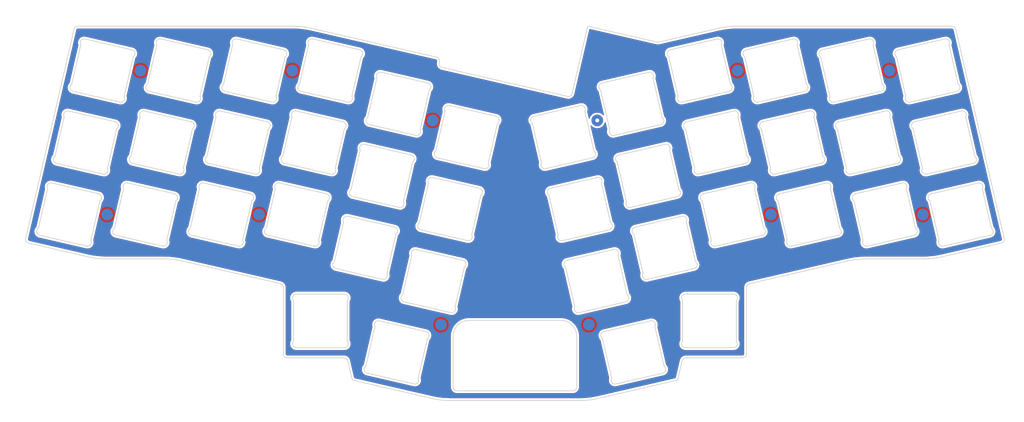
<source format=kicad_pcb>
(kicad_pcb (version 20171130) (host pcbnew 5.1.10)
  (layers (0 F.Cu signal) (31 B.Cu signal) (34 B.Paste user) (35 F.Paste user) (36 B.SilkS user) (37 F.SilkS user) (38 B.Mask user) (39 F.Mask user) (44 Edge.Cuts user))
  (net 0 "")
  (module 41_1353:edgecuts_r41l2_switchplate (layer F.Cu) (at 148.25 51.25)
    (fp_text reference REF** hide)
    (fp_text value edgecuts_r41l2_switchplate)
    (fp_line (start -56.865859 70.544048) (end -56.865859 80.96262) (layer Edge.Cuts) (width 0.2))
    (fp_line (start -56.142731 82.653334) (end -43.788987 82.653334) (layer Edge.Cuts) (width 0.2))
    (fp_line (start -43.065859 80.96262) (end -43.065859 70.544048) (layer Edge.Cuts) (width 0.2))
    (fp_line (start -43.788987 68.853334) (end -56.142731 68.853334) (layer Edge.Cuts) (width 0.2))
    (fp_line (start 43.065859 70.544048) (end 43.065859 80.96262) (layer Edge.Cuts) (width 0.2))
    (fp_line (start 43.788987 82.653334) (end 56.142731 82.653334) (layer Edge.Cuts) (width 0.2))
    (fp_line (start 56.865859 80.96262) (end 56.865859 70.544048) (layer Edge.Cuts) (width 0.2))
    (fp_line (start 56.142731 68.853334) (end 43.788987 68.853334) (layer Edge.Cuts) (width 0.2))
    (fp_line (start 22.498562 80.333172) (end 24.842231 90.484716) (layer Edge.Cuts) (width 0.2))
    (fp_line (start 25.927153 91.969429) (end 37.964272 89.190441) (layer Edge.Cuts) (width 0.2))
    (fp_line (start 38.288538 87.380391) (end 35.944869 77.228847) (layer Edge.Cuts) (width 0.2))
    (fp_line (start 34.859947 75.744134) (end 22.822828 78.523122) (layer Edge.Cuts) (width 0.2))
    (fp_line (start 14.874999 93.737079) (end -14.874999 93.737079) (layer Edge.Cuts) (width 0.2))
    (fp_line (start -35.944869 77.228847) (end -38.288538 87.380391) (layer Edge.Cuts) (width 0.2))
    (fp_line (start -37.964272 89.190441) (end -25.927153 91.969429) (layer Edge.Cuts) (width 0.2))
    (fp_line (start -24.842231 90.484716) (end -22.498562 80.333172) (layer Edge.Cuts) (width 0.2))
    (fp_line (start -22.822828 78.523122) (end -34.859947 75.744134) (layer Edge.Cuts) (width 0.2))
    (fp_line (start 39.537878 7.86994) (end 41.881547 18.021484) (layer Edge.Cuts) (width 0.2))
    (fp_line (start 42.966469 19.506197) (end 55.003587 16.72721) (layer Edge.Cuts) (width 0.2))
    (fp_line (start 55.327854 14.91716) (end 52.984185 4.765616) (layer Edge.Cuts) (width 0.2))
    (fp_line (start 51.899263 3.280903) (end 39.862144 6.059891) (layer Edge.Cuts) (width 0.2))
    (fp_line (start -52.984185 4.765616) (end -55.327854 14.91716) (layer Edge.Cuts) (width 0.2))
    (fp_line (start -55.003587 16.72721) (end -42.966469 19.506197) (layer Edge.Cuts) (width 0.2))
    (fp_line (start -41.881547 18.021484) (end -39.537878 7.86994) (layer Edge.Cuts) (width 0.2))
    (fp_line (start -39.862144 6.059891) (end -51.899263 3.280903) (layer Edge.Cuts) (width 0.2))
    (fp_line (start 56.831059 0) (end 112.256245 0) (layer Edge.Cuts) (width 0.2))
    (fp_line (start 113.230615 0.775048) (end 125.64894 54.564723) (layer Edge.Cuts) (width 0.2))
    (fp_line (start 124.899521 55.764044) (end 109.581168 59.300565) (layer Edge.Cuts) (width 0.2))
    (fp_line (start 105.082147 59.813163) (end 90.139794 59.813163) (layer Edge.Cuts) (width 0.2))
    (fp_line (start 85.640772 60.325762) (end 60.240908 66.189783) (layer Edge.Cuts) (width 0.2))
    (fp_line (start 59.465859 67.164153) (end 59.465859 84.253334) (layer Edge.Cuts) (width 0.2))
    (fp_line (start 58.465859 85.253334) (end 43.903779 85.253334) (layer Edge.Cuts) (width 0.2))
    (fp_line (start 42.929409 86.028383) (end 41.927666 90.367408) (layer Edge.Cuts) (width 0.2))
    (fp_line (start 41.178247 91.116827) (end 21.220308 95.72448) (layer Edge.Cuts) (width 0.2))
    (fp_line (start 16.721287 96.237079) (end -16.721287 96.237079) (layer Edge.Cuts) (width 0.2))
    (fp_line (start -21.220308 95.72448) (end -41.178247 91.116827) (layer Edge.Cuts) (width 0.2))
    (fp_line (start -41.927666 90.367408) (end -42.929409 86.028383) (layer Edge.Cuts) (width 0.2))
    (fp_line (start -43.903779 85.253334) (end -58.465859 85.253334) (layer Edge.Cuts) (width 0.2))
    (fp_line (start -59.465859 84.253334) (end -59.465859 67.164153) (layer Edge.Cuts) (width 0.2))
    (fp_line (start -60.240908 66.189783) (end -85.640772 60.325762) (layer Edge.Cuts) (width 0.2))
    (fp_line (start -90.139794 59.813163) (end -105.082147 59.813163) (layer Edge.Cuts) (width 0.2))
    (fp_line (start -109.581168 59.300565) (end -124.899521 55.764044) (layer Edge.Cuts) (width 0.2))
    (fp_line (start -125.64894 54.564723) (end -113.230615 0.775048) (layer Edge.Cuts) (width 0.2))
    (fp_line (start -112.256245 0) (end -56.831059 0) (layer Edge.Cuts) (width 0.2))
    (fp_line (start -52.332037 0.512598) (end -20.131934 7.946578) (layer Edge.Cuts) (width 0.2))
    (fp_line (start -19.382515 9.145899) (end -19.443252 9.408979) (layer Edge.Cuts) (width 0.2))
    (fp_line (start -18.693833 10.6083) (end 13.479865 18.036184) (layer Edge.Cuts) (width 0.2))
    (fp_line (start 14.679187 17.286765) (end 18.678816 -0.037534) (layer Edge.Cuts) (width 0.2))
    (fp_line (start 18.678816 -0.037534) (end 36.246969 4.018393) (layer Edge.Cuts) (width 0.2))
    (fp_line (start 37.146773 4.018393) (end 52.332037 0.512598) (layer Edge.Cuts) (width 0.2))
    (fp_line (start -15.874999 92.737079) (end -15.874999 79.737079) (layer Edge.Cuts) (width 0.2))
    (fp_line (start -11.762499 75.624579) (end 11.762499 75.624579) (layer Edge.Cuts) (width 0.2))
    (fp_line (start 15.875 79.737079) (end 15.874999 92.737079) (layer Edge.Cuts) (width 0.2))
    (fp_line (start 106.586018 44.896003) (end 108.929687 55.047547) (layer Edge.Cuts) (width 0.2))
    (fp_line (start 110.014609 56.53226) (end 122.051728 53.753272) (layer Edge.Cuts) (width 0.2))
    (fp_line (start 122.375994 51.943222) (end 120.032325 41.791678) (layer Edge.Cuts) (width 0.2))
    (fp_line (start 118.947403 40.306965) (end 106.910284 43.085953) (layer Edge.Cuts) (width 0.2))
    (fp_line (start 87.086018 44.896003) (end 89.429687 55.047547) (layer Edge.Cuts) (width 0.2))
    (fp_line (start 90.514609 56.53226) (end 102.551728 53.753272) (layer Edge.Cuts) (width 0.2))
    (fp_line (start 102.875994 51.943222) (end 100.532325 41.791678) (layer Edge.Cuts) (width 0.2))
    (fp_line (start 99.447403 40.306965) (end 87.410284 43.085953) (layer Edge.Cuts) (width 0.2))
    (fp_line (start 67.586018 44.896003) (end 69.929687 55.047547) (layer Edge.Cuts) (width 0.2))
    (fp_line (start 71.014609 56.53226) (end 83.051728 53.753272) (layer Edge.Cuts) (width 0.2))
    (fp_line (start 83.375994 51.943222) (end 81.032325 41.791678) (layer Edge.Cuts) (width 0.2))
    (fp_line (start 79.947403 40.306965) (end 67.910284 43.085953) (layer Edge.Cuts) (width 0.2))
    (fp_line (start 102.311948 26.382972) (end 104.655617 36.534516) (layer Edge.Cuts) (width 0.2))
    (fp_line (start 105.740539 38.019229) (end 117.777657 35.240241) (layer Edge.Cuts) (width 0.2))
    (fp_line (start 118.101924 33.430191) (end 115.758255 23.278647) (layer Edge.Cuts) (width 0.2))
    (fp_line (start 114.673333 21.793934) (end 102.636214 24.572922) (layer Edge.Cuts) (width 0.2))
    (fp_line (start 82.811948 26.382972) (end 85.155617 36.534516) (layer Edge.Cuts) (width 0.2))
    (fp_line (start 86.240539 38.019229) (end 98.277657 35.240241) (layer Edge.Cuts) (width 0.2))
    (fp_line (start 98.601924 33.430191) (end 96.258255 23.278647) (layer Edge.Cuts) (width 0.2))
    (fp_line (start 95.173333 21.793934) (end 83.136214 24.572922) (layer Edge.Cuts) (width 0.2))
    (fp_line (start 63.311948 26.382972) (end 65.655617 36.534516) (layer Edge.Cuts) (width 0.2))
    (fp_line (start 66.740539 38.019229) (end 78.777657 35.240241) (layer Edge.Cuts) (width 0.2))
    (fp_line (start 79.101924 33.430191) (end 76.758255 23.278647) (layer Edge.Cuts) (width 0.2))
    (fp_line (start 75.673333 21.793934) (end 63.636214 24.572922) (layer Edge.Cuts) (width 0.2))
    (fp_line (start 98.037878 7.86994) (end 100.381547 18.021484) (layer Edge.Cuts) (width 0.2))
    (fp_line (start 101.466469 19.506197) (end 113.503587 16.72721) (layer Edge.Cuts) (width 0.2))
    (fp_line (start 113.827854 14.91716) (end 111.484185 4.765616) (layer Edge.Cuts) (width 0.2))
    (fp_line (start 110.399263 3.280903) (end 98.362144 6.059891) (layer Edge.Cuts) (width 0.2))
    (fp_line (start 78.537878 7.86994) (end 80.881547 18.021484) (layer Edge.Cuts) (width 0.2))
    (fp_line (start 81.966469 19.506197) (end 94.003587 16.72721) (layer Edge.Cuts) (width 0.2))
    (fp_line (start 94.327854 14.91716) (end 91.984185 4.765616) (layer Edge.Cuts) (width 0.2))
    (fp_line (start 90.899263 3.280903) (end 78.862144 6.059891) (layer Edge.Cuts) (width 0.2))
    (fp_line (start 59.037878 7.86994) (end 61.381547 18.021484) (layer Edge.Cuts) (width 0.2))
    (fp_line (start 62.466469 19.506197) (end 74.503587 16.72721) (layer Edge.Cuts) (width 0.2))
    (fp_line (start 74.827854 14.91716) (end 72.484185 4.765616) (layer Edge.Cuts) (width 0.2))
    (fp_line (start 71.399263 3.280903) (end 59.362144 6.059891) (layer Edge.Cuts) (width 0.2))
    (fp_line (start 13.03305 61.992478) (end 15.376719 72.144022) (layer Edge.Cuts) (width 0.2))
    (fp_line (start 16.461641 73.628735) (end 28.49876 70.849747) (layer Edge.Cuts) (width 0.2))
    (fp_line (start 28.823026 69.039697) (end 26.479357 58.888153) (layer Edge.Cuts) (width 0.2))
    (fp_line (start 25.394435 57.40344) (end 13.357316 60.182428) (layer Edge.Cuts) (width 0.2))
    (fp_line (start 30.559534 53.44424) (end 32.903203 63.595784) (layer Edge.Cuts) (width 0.2))
    (fp_line (start 33.988125 65.080497) (end 46.025244 62.301509) (layer Edge.Cuts) (width 0.2))
    (fp_line (start 46.34951 60.49146) (end 44.005841 50.339916) (layer Edge.Cuts) (width 0.2))
    (fp_line (start 42.920919 48.855203) (end 30.8838 51.63419) (layer Edge.Cuts) (width 0.2))
    (fp_line (start 48.086018 44.896003) (end 50.429687 55.047547) (layer Edge.Cuts) (width 0.2))
    (fp_line (start 51.514609 56.53226) (end 63.551728 53.753272) (layer Edge.Cuts) (width 0.2))
    (fp_line (start 63.875994 51.943222) (end 61.532325 41.791678) (layer Edge.Cuts) (width 0.2))
    (fp_line (start 60.447403 40.306965) (end 48.410284 43.085953) (layer Edge.Cuts) (width 0.2))
    (fp_line (start 8.75898 43.479446) (end 11.102649 53.63099) (layer Edge.Cuts) (width 0.2))
    (fp_line (start 12.187571 55.115703) (end 24.22469 52.336716) (layer Edge.Cuts) (width 0.2))
    (fp_line (start 24.548956 50.526666) (end 22.205287 40.375122) (layer Edge.Cuts) (width 0.2))
    (fp_line (start 21.120365 38.890409) (end 9.083246 41.669397) (layer Edge.Cuts) (width 0.2))
    (fp_line (start 26.285464 34.931209) (end 28.629133 45.082753) (layer Edge.Cuts) (width 0.2))
    (fp_line (start 29.714055 46.567466) (end 41.751174 43.788478) (layer Edge.Cuts) (width 0.2))
    (fp_line (start 42.07544 41.978429) (end 39.731771 31.826884) (layer Edge.Cuts) (width 0.2))
    (fp_line (start 38.646849 30.342171) (end 26.60973 33.121159) (layer Edge.Cuts) (width 0.2))
    (fp_line (start 43.811948 26.382972) (end 46.155617 36.534516) (layer Edge.Cuts) (width 0.2))
    (fp_line (start 47.240539 38.019229) (end 59.277657 35.240241) (layer Edge.Cuts) (width 0.2))
    (fp_line (start 59.601924 33.430191) (end 57.258255 23.278647) (layer Edge.Cuts) (width 0.2))
    (fp_line (start 56.173333 21.793934) (end 44.136214 24.572922) (layer Edge.Cuts) (width 0.2))
    (fp_line (start 4.48491 24.966415) (end 6.828579 35.117959) (layer Edge.Cuts) (width 0.2))
    (fp_line (start 7.913501 36.602672) (end 19.95062 33.823684) (layer Edge.Cuts) (width 0.2))
    (fp_line (start 20.274886 32.013635) (end 17.931217 21.862091) (layer Edge.Cuts) (width 0.2))
    (fp_line (start 16.846295 20.377377) (end 4.809176 23.156365) (layer Edge.Cuts) (width 0.2))
    (fp_line (start 22.011394 16.418178) (end 24.355063 26.569722) (layer Edge.Cuts) (width 0.2))
    (fp_line (start 25.439985 28.054435) (end 37.477104 25.275447) (layer Edge.Cuts) (width 0.2))
    (fp_line (start 37.80137 23.465397) (end 35.457701 13.313853) (layer Edge.Cuts) (width 0.2))
    (fp_line (start 34.372779 11.82914) (end 22.33566 14.608128) (layer Edge.Cuts) (width 0.2))
    (fp_line (start -120.032325 41.791678) (end -122.375994 51.943222) (layer Edge.Cuts) (width 0.2))
    (fp_line (start -122.051728 53.753272) (end -110.014609 56.53226) (layer Edge.Cuts) (width 0.2))
    (fp_line (start -108.929687 55.047547) (end -106.586018 44.896003) (layer Edge.Cuts) (width 0.2))
    (fp_line (start -106.910284 43.085953) (end -118.947403 40.306965) (layer Edge.Cuts) (width 0.2))
    (fp_line (start -100.532325 41.791678) (end -102.875994 51.943222) (layer Edge.Cuts) (width 0.2))
    (fp_line (start -102.551728 53.753272) (end -90.514609 56.53226) (layer Edge.Cuts) (width 0.2))
    (fp_line (start -89.429687 55.047547) (end -87.086018 44.896003) (layer Edge.Cuts) (width 0.2))
    (fp_line (start -87.410284 43.085953) (end -99.447403 40.306965) (layer Edge.Cuts) (width 0.2))
    (fp_line (start -81.032325 41.791678) (end -83.375994 51.943222) (layer Edge.Cuts) (width 0.2))
    (fp_line (start -83.051728 53.753272) (end -71.014609 56.53226) (layer Edge.Cuts) (width 0.2))
    (fp_line (start -69.929687 55.047547) (end -67.586018 44.896003) (layer Edge.Cuts) (width 0.2))
    (fp_line (start -67.910284 43.085953) (end -79.947403 40.306965) (layer Edge.Cuts) (width 0.2))
    (fp_line (start -115.758255 23.278647) (end -118.101924 33.430191) (layer Edge.Cuts) (width 0.2))
    (fp_line (start -117.777657 35.240241) (end -105.740539 38.019229) (layer Edge.Cuts) (width 0.2))
    (fp_line (start -104.655617 36.534516) (end -102.311948 26.382972) (layer Edge.Cuts) (width 0.2))
    (fp_line (start -102.636214 24.572922) (end -114.673333 21.793934) (layer Edge.Cuts) (width 0.2))
    (fp_line (start -96.258255 23.278647) (end -98.601924 33.430191) (layer Edge.Cuts) (width 0.2))
    (fp_line (start -98.277657 35.240241) (end -86.240539 38.019229) (layer Edge.Cuts) (width 0.2))
    (fp_line (start -85.155617 36.534516) (end -82.811948 26.382972) (layer Edge.Cuts) (width 0.2))
    (fp_line (start -83.136214 24.572922) (end -95.173333 21.793934) (layer Edge.Cuts) (width 0.2))
    (fp_line (start -76.758255 23.278647) (end -79.101924 33.430191) (layer Edge.Cuts) (width 0.2))
    (fp_line (start -78.777657 35.240241) (end -66.740539 38.019229) (layer Edge.Cuts) (width 0.2))
    (fp_line (start -65.655617 36.534516) (end -63.311948 26.382972) (layer Edge.Cuts) (width 0.2))
    (fp_line (start -63.636214 24.572922) (end -75.673333 21.793934) (layer Edge.Cuts) (width 0.2))
    (fp_line (start -111.484185 4.765616) (end -113.827854 14.91716) (layer Edge.Cuts) (width 0.2))
    (fp_line (start -113.503587 16.72721) (end -101.466469 19.506197) (layer Edge.Cuts) (width 0.2))
    (fp_line (start -100.381547 18.021484) (end -98.037878 7.86994) (layer Edge.Cuts) (width 0.2))
    (fp_line (start -98.362144 6.059891) (end -110.399263 3.280903) (layer Edge.Cuts) (width 0.2))
    (fp_line (start -91.984185 4.765616) (end -94.327854 14.91716) (layer Edge.Cuts) (width 0.2))
    (fp_line (start -94.003587 16.72721) (end -81.966469 19.506197) (layer Edge.Cuts) (width 0.2))
    (fp_line (start -80.881547 18.021484) (end -78.537878 7.86994) (layer Edge.Cuts) (width 0.2))
    (fp_line (start -78.862144 6.059891) (end -90.899263 3.280903) (layer Edge.Cuts) (width 0.2))
    (fp_line (start -72.484185 4.765616) (end -74.827854 14.91716) (layer Edge.Cuts) (width 0.2))
    (fp_line (start -74.503587 16.72721) (end -62.466469 19.506197) (layer Edge.Cuts) (width 0.2))
    (fp_line (start -61.381547 18.021484) (end -59.037878 7.86994) (layer Edge.Cuts) (width 0.2))
    (fp_line (start -59.362144 6.059891) (end -71.399263 3.280903) (layer Edge.Cuts) (width 0.2))
    (fp_line (start -26.479357 58.888153) (end -28.823026 69.039697) (layer Edge.Cuts) (width 0.2))
    (fp_line (start -28.49876 70.849747) (end -16.461641 73.628735) (layer Edge.Cuts) (width 0.2))
    (fp_line (start -15.376719 72.144022) (end -13.03305 61.992478) (layer Edge.Cuts) (width 0.2))
    (fp_line (start -13.357316 60.182428) (end -25.394435 57.40344) (layer Edge.Cuts) (width 0.2))
    (fp_line (start -44.005841 50.339916) (end -46.34951 60.49146) (layer Edge.Cuts) (width 0.2))
    (fp_line (start -46.025244 62.301509) (end -33.988125 65.080497) (layer Edge.Cuts) (width 0.2))
    (fp_line (start -32.903203 63.595784) (end -30.559534 53.44424) (layer Edge.Cuts) (width 0.2))
    (fp_line (start -30.8838 51.63419) (end -42.920919 48.855203) (layer Edge.Cuts) (width 0.2))
    (fp_line (start -61.532325 41.791678) (end -63.875994 51.943222) (layer Edge.Cuts) (width 0.2))
    (fp_line (start -63.551728 53.753272) (end -51.514609 56.53226) (layer Edge.Cuts) (width 0.2))
    (fp_line (start -50.429687 55.047547) (end -48.086018 44.896003) (layer Edge.Cuts) (width 0.2))
    (fp_line (start -48.410284 43.085953) (end -60.447403 40.306965) (layer Edge.Cuts) (width 0.2))
    (fp_line (start -22.205287 40.375122) (end -24.548956 50.526666) (layer Edge.Cuts) (width 0.2))
    (fp_line (start -24.22469 52.336716) (end -12.187571 55.115703) (layer Edge.Cuts) (width 0.2))
    (fp_line (start -11.102649 53.63099) (end -8.75898 43.479446) (layer Edge.Cuts) (width 0.2))
    (fp_line (start -9.083246 41.669397) (end -21.120365 38.890409) (layer Edge.Cuts) (width 0.2))
    (fp_line (start -39.731771 31.826884) (end -42.07544 41.978429) (layer Edge.Cuts) (width 0.2))
    (fp_line (start -41.751174 43.788478) (end -29.714055 46.567466) (layer Edge.Cuts) (width 0.2))
    (fp_line (start -28.629133 45.082753) (end -26.285464 34.931209) (layer Edge.Cuts) (width 0.2))
    (fp_line (start -26.60973 33.121159) (end -38.646849 30.342171) (layer Edge.Cuts) (width 0.2))
    (fp_line (start -57.258255 23.278647) (end -59.601924 33.430191) (layer Edge.Cuts) (width 0.2))
    (fp_line (start -59.277657 35.240241) (end -47.240539 38.019229) (layer Edge.Cuts) (width 0.2))
    (fp_line (start -46.155617 36.534516) (end -43.811948 26.382972) (layer Edge.Cuts) (width 0.2))
    (fp_line (start -44.136214 24.572922) (end -56.173333 21.793934) (layer Edge.Cuts) (width 0.2))
    (fp_line (start -17.931217 21.862091) (end -20.274886 32.013635) (layer Edge.Cuts) (width 0.2))
    (fp_line (start -19.95062 33.823684) (end -7.913501 36.602672) (layer Edge.Cuts) (width 0.2))
    (fp_line (start -6.828579 35.117959) (end -4.48491 24.966415) (layer Edge.Cuts) (width 0.2))
    (fp_line (start -4.809176 23.156365) (end -16.846295 20.377377) (layer Edge.Cuts) (width 0.2))
    (fp_line (start -35.457701 13.313853) (end -37.80137 23.465397) (layer Edge.Cuts) (width 0.2))
    (fp_line (start -37.477104 25.275447) (end -25.439985 28.054435) (layer Edge.Cuts) (width 0.2))
    (fp_line (start -24.355063 26.569722) (end -22.011394 16.418178) (layer Edge.Cuts) (width 0.2))
    (fp_line (start -22.33566 14.608128) (end -34.372779 11.82914) (layer Edge.Cuts) (width 0.2))
    (fp_arc (start -34.59773 12.80351) (end -34.372779 11.82914) (angle -133.6866772) (layer Edge.Cuts) (width 0.2))
    (fp_arc (start -22.560611 15.582498) (end -22.011394 16.418178) (angle -133.6866772) (layer Edge.Cuts) (width 0.2))
    (fp_arc (start -25.215034 27.080065) (end -25.439985 28.054435) (angle -133.6866772) (layer Edge.Cuts) (width 0.2))
    (fp_arc (start -37.252152 24.301077) (end -37.80137 23.465397) (angle -133.6866772) (layer Edge.Cuts) (width 0.2))
    (fp_arc (start -17.071246 21.351748) (end -16.846295 20.377377) (angle -133.6866772) (layer Edge.Cuts) (width 0.2))
    (fp_arc (start -5.034127 24.130735) (end -4.48491 24.966415) (angle -133.6866772) (layer Edge.Cuts) (width 0.2))
    (fp_arc (start -7.68855 35.628302) (end -7.913501 36.602672) (angle -133.6866772) (layer Edge.Cuts) (width 0.2))
    (fp_arc (start -19.725669 32.849314) (end -20.274886 32.013635) (angle -133.6866772) (layer Edge.Cuts) (width 0.2))
    (fp_arc (start -56.398284 22.768304) (end -56.173333 21.793934) (angle -133.6866772) (layer Edge.Cuts) (width 0.2))
    (fp_arc (start -44.361165 25.547292) (end -43.811948 26.382972) (angle -133.6866772) (layer Edge.Cuts) (width 0.2))
    (fp_arc (start -47.015588 37.044859) (end -47.240539 38.019229) (angle -133.6866772) (layer Edge.Cuts) (width 0.2))
    (fp_arc (start -59.052706 34.265871) (end -59.601924 33.430191) (angle -133.6866772) (layer Edge.Cuts) (width 0.2))
    (fp_arc (start -38.8718 31.316541) (end -38.646849 30.342171) (angle -133.6866772) (layer Edge.Cuts) (width 0.2))
    (fp_arc (start -26.834681 34.095529) (end -26.285464 34.931209) (angle -133.6866772) (layer Edge.Cuts) (width 0.2))
    (fp_arc (start -29.489104 45.593096) (end -29.714055 46.567466) (angle -133.6866772) (layer Edge.Cuts) (width 0.2))
    (fp_arc (start -41.526223 42.814108) (end -42.07544 41.978429) (angle -133.6866772) (layer Edge.Cuts) (width 0.2))
    (fp_arc (start -21.345316 39.864779) (end -21.120365 38.890409) (angle -133.6866772) (layer Edge.Cuts) (width 0.2))
    (fp_arc (start -9.308197 42.643767) (end -8.75898 43.479446) (angle -133.6866772) (layer Edge.Cuts) (width 0.2))
    (fp_arc (start -11.96262 54.141333) (end -12.187571 55.115703) (angle -133.6866772) (layer Edge.Cuts) (width 0.2))
    (fp_arc (start -23.999739 51.362346) (end -24.548956 50.526666) (angle -133.6866772) (layer Edge.Cuts) (width 0.2))
    (fp_arc (start -60.672354 41.281335) (end -60.447403 40.306965) (angle -133.6866772) (layer Edge.Cuts) (width 0.2))
    (fp_arc (start -48.635235 44.060323) (end -48.086018 44.896003) (angle -133.6866772) (layer Edge.Cuts) (width 0.2))
    (fp_arc (start -51.289658 55.55789) (end -51.514609 56.53226) (angle -133.6866772) (layer Edge.Cuts) (width 0.2))
    (fp_arc (start -63.326776 52.778902) (end -63.875994 51.943222) (angle -133.6866772) (layer Edge.Cuts) (width 0.2))
    (fp_arc (start -43.14587 49.829573) (end -42.920919 48.855203) (angle -133.6866772) (layer Edge.Cuts) (width 0.2))
    (fp_arc (start -31.108751 52.60856) (end -30.559534 53.44424) (angle -133.6866772) (layer Edge.Cuts) (width 0.2))
    (fp_arc (start -33.763174 64.106127) (end -33.988125 65.080497) (angle -133.6866772) (layer Edge.Cuts) (width 0.2))
    (fp_arc (start -45.800293 61.327139) (end -46.34951 60.49146) (angle -133.6866772) (layer Edge.Cuts) (width 0.2))
    (fp_arc (start -25.619386 58.37781) (end -25.394435 57.40344) (angle -133.6866772) (layer Edge.Cuts) (width 0.2))
    (fp_arc (start -13.582267 61.156798) (end -13.03305 61.992478) (angle -133.6866772) (layer Edge.Cuts) (width 0.2))
    (fp_arc (start -16.23669 72.654365) (end -16.461641 73.628735) (angle -133.6866772) (layer Edge.Cuts) (width 0.2))
    (fp_arc (start -28.273809 69.875377) (end -28.823026 69.039697) (angle -133.6866772) (layer Edge.Cuts) (width 0.2))
    (fp_arc (start -71.624214 4.255273) (end -71.399263 3.280903) (angle -133.6866772) (layer Edge.Cuts) (width 0.2))
    (fp_arc (start -59.587095 7.034261) (end -59.037878 7.86994) (angle -133.6866772) (layer Edge.Cuts) (width 0.2))
    (fp_arc (start -62.241518 18.531827) (end -62.466469 19.506197) (angle -133.6866772) (layer Edge.Cuts) (width 0.2))
    (fp_arc (start -74.278636 15.75284) (end -74.827854 14.91716) (angle -133.6866772) (layer Edge.Cuts) (width 0.2))
    (fp_arc (start -91.124214 4.255273) (end -90.899263 3.280903) (angle -133.6866772) (layer Edge.Cuts) (width 0.2))
    (fp_arc (start -79.087095 7.034261) (end -78.537878 7.86994) (angle -133.6866772) (layer Edge.Cuts) (width 0.2))
    (fp_arc (start -81.741518 18.531827) (end -81.966469 19.506197) (angle -133.6866772) (layer Edge.Cuts) (width 0.2))
    (fp_arc (start -93.778636 15.75284) (end -94.327854 14.91716) (angle -133.6866772) (layer Edge.Cuts) (width 0.2))
    (fp_arc (start -110.624214 4.255273) (end -110.399263 3.280903) (angle -133.6866772) (layer Edge.Cuts) (width 0.2))
    (fp_arc (start -98.587095 7.034261) (end -98.037878 7.86994) (angle -133.6866772) (layer Edge.Cuts) (width 0.2))
    (fp_arc (start -101.241518 18.531827) (end -101.466469 19.506197) (angle -133.6866772) (layer Edge.Cuts) (width 0.2))
    (fp_arc (start -113.278636 15.75284) (end -113.827854 14.91716) (angle -133.6866772) (layer Edge.Cuts) (width 0.2))
    (fp_arc (start -75.898284 22.768304) (end -75.673333 21.793934) (angle -133.6866772) (layer Edge.Cuts) (width 0.2))
    (fp_arc (start -63.861165 25.547292) (end -63.311948 26.382972) (angle -133.6866772) (layer Edge.Cuts) (width 0.2))
    (fp_arc (start -66.515588 37.044859) (end -66.740539 38.019229) (angle -133.6866772) (layer Edge.Cuts) (width 0.2))
    (fp_arc (start -78.552706 34.265871) (end -79.101924 33.430191) (angle -133.6866772) (layer Edge.Cuts) (width 0.2))
    (fp_arc (start -95.398284 22.768304) (end -95.173333 21.793934) (angle -133.6866772) (layer Edge.Cuts) (width 0.2))
    (fp_arc (start -83.361165 25.547292) (end -82.811948 26.382972) (angle -133.6866772) (layer Edge.Cuts) (width 0.2))
    (fp_arc (start -86.015588 37.044859) (end -86.240539 38.019229) (angle -133.6866772) (layer Edge.Cuts) (width 0.2))
    (fp_arc (start -98.052706 34.265871) (end -98.601924 33.430191) (angle -133.6866772) (layer Edge.Cuts) (width 0.2))
    (fp_arc (start -114.898284 22.768304) (end -114.673333 21.793934) (angle -133.6866772) (layer Edge.Cuts) (width 0.2))
    (fp_arc (start -102.861165 25.547292) (end -102.311948 26.382972) (angle -133.6866772) (layer Edge.Cuts) (width 0.2))
    (fp_arc (start -105.515588 37.044859) (end -105.740539 38.019229) (angle -133.6866772) (layer Edge.Cuts) (width 0.2))
    (fp_arc (start -117.552706 34.265871) (end -118.101924 33.430191) (angle -133.6866772) (layer Edge.Cuts) (width 0.2))
    (fp_arc (start -80.172354 41.281335) (end -79.947403 40.306965) (angle -133.6866772) (layer Edge.Cuts) (width 0.2))
    (fp_arc (start -68.135235 44.060323) (end -67.586018 44.896003) (angle -133.6866772) (layer Edge.Cuts) (width 0.2))
    (fp_arc (start -70.789658 55.55789) (end -71.014609 56.53226) (angle -133.6866772) (layer Edge.Cuts) (width 0.2))
    (fp_arc (start -82.826776 52.778902) (end -83.375994 51.943222) (angle -133.6866772) (layer Edge.Cuts) (width 0.2))
    (fp_arc (start -99.672354 41.281335) (end -99.447403 40.306965) (angle -133.6866772) (layer Edge.Cuts) (width 0.2))
    (fp_arc (start -87.635235 44.060323) (end -87.086018 44.896003) (angle -133.6866772) (layer Edge.Cuts) (width 0.2))
    (fp_arc (start -90.289658 55.55789) (end -90.514609 56.53226) (angle -133.6866772) (layer Edge.Cuts) (width 0.2))
    (fp_arc (start -102.326776 52.778902) (end -102.875994 51.943222) (angle -133.6866772) (layer Edge.Cuts) (width 0.2))
    (fp_arc (start -119.172354 41.281335) (end -118.947403 40.306965) (angle -133.6866772) (layer Edge.Cuts) (width 0.2))
    (fp_arc (start -107.135235 44.060323) (end -106.586018 44.896003) (angle -133.6866772) (layer Edge.Cuts) (width 0.2))
    (fp_arc (start -109.789658 55.55789) (end -110.014609 56.53226) (angle -133.6866772) (layer Edge.Cuts) (width 0.2))
    (fp_arc (start -121.826776 52.778902) (end -122.375994 51.943222) (angle -133.6866772) (layer Edge.Cuts) (width 0.2))
    (fp_arc (start 22.560611 15.582498) (end 22.33566 14.608128) (angle -133.6866772) (layer Edge.Cuts) (width 0.2))
    (fp_arc (start 34.59773 12.80351) (end 35.457701 13.313853) (angle -133.6866772) (layer Edge.Cuts) (width 0.2))
    (fp_arc (start 37.252152 24.301077) (end 37.477104 25.275447) (angle -133.6866772) (layer Edge.Cuts) (width 0.2))
    (fp_arc (start 25.215034 27.080065) (end 24.355063 26.569722) (angle -133.6866772) (layer Edge.Cuts) (width 0.2))
    (fp_arc (start 5.034127 24.130735) (end 4.809176 23.156365) (angle -133.6866772) (layer Edge.Cuts) (width 0.2))
    (fp_arc (start 17.071246 21.351748) (end 17.931217 21.862091) (angle -133.6866772) (layer Edge.Cuts) (width 0.2))
    (fp_arc (start 19.725669 32.849314) (end 19.95062 33.823684) (angle -133.6866772) (layer Edge.Cuts) (width 0.2))
    (fp_arc (start 7.68855 35.628302) (end 6.828579 35.117959) (angle -133.6866772) (layer Edge.Cuts) (width 0.2))
    (fp_arc (start 44.361165 25.547292) (end 44.136214 24.572922) (angle -133.6866772) (layer Edge.Cuts) (width 0.2))
    (fp_arc (start 56.398284 22.768304) (end 57.258255 23.278647) (angle -133.6866772) (layer Edge.Cuts) (width 0.2))
    (fp_arc (start 59.052706 34.265871) (end 59.277657 35.240241) (angle -133.6866772) (layer Edge.Cuts) (width 0.2))
    (fp_arc (start 47.015588 37.044859) (end 46.155617 36.534516) (angle -133.6866772) (layer Edge.Cuts) (width 0.2))
    (fp_arc (start 26.834681 34.095529) (end 26.60973 33.121159) (angle -133.6866772) (layer Edge.Cuts) (width 0.2))
    (fp_arc (start 38.8718 31.316541) (end 39.731771 31.826884) (angle -133.6866772) (layer Edge.Cuts) (width 0.2))
    (fp_arc (start 41.526223 42.814108) (end 41.751174 43.788478) (angle -133.6866772) (layer Edge.Cuts) (width 0.2))
    (fp_arc (start 29.489104 45.593096) (end 28.629133 45.082753) (angle -133.6866772) (layer Edge.Cuts) (width 0.2))
    (fp_arc (start 9.308197 42.643767) (end 9.083246 41.669397) (angle -133.6866772) (layer Edge.Cuts) (width 0.2))
    (fp_arc (start 21.345316 39.864779) (end 22.205287 40.375122) (angle -133.6866772) (layer Edge.Cuts) (width 0.2))
    (fp_arc (start 23.999739 51.362346) (end 24.22469 52.336716) (angle -133.6866772) (layer Edge.Cuts) (width 0.2))
    (fp_arc (start 11.96262 54.141333) (end 11.102649 53.63099) (angle -133.6866772) (layer Edge.Cuts) (width 0.2))
    (fp_arc (start 48.635235 44.060323) (end 48.410284 43.085953) (angle -133.6866772) (layer Edge.Cuts) (width 0.2))
    (fp_arc (start 60.672354 41.281335) (end 61.532325 41.791678) (angle -133.6866772) (layer Edge.Cuts) (width 0.2))
    (fp_arc (start 63.326776 52.778902) (end 63.551728 53.753272) (angle -133.6866772) (layer Edge.Cuts) (width 0.2))
    (fp_arc (start 51.289658 55.55789) (end 50.429687 55.047547) (angle -133.6866772) (layer Edge.Cuts) (width 0.2))
    (fp_arc (start 31.108751 52.60856) (end 30.8838 51.63419) (angle -133.6866772) (layer Edge.Cuts) (width 0.2))
    (fp_arc (start 43.14587 49.829573) (end 44.005841 50.339916) (angle -133.6866772) (layer Edge.Cuts) (width 0.2))
    (fp_arc (start 45.800293 61.327139) (end 46.025244 62.301509) (angle -133.6866772) (layer Edge.Cuts) (width 0.2))
    (fp_arc (start 33.763174 64.106127) (end 32.903203 63.595784) (angle -133.6866772) (layer Edge.Cuts) (width 0.2))
    (fp_arc (start 13.582267 61.156798) (end 13.357316 60.182428) (angle -133.6866772) (layer Edge.Cuts) (width 0.2))
    (fp_arc (start 25.619386 58.37781) (end 26.479357 58.888153) (angle -133.6866772) (layer Edge.Cuts) (width 0.2))
    (fp_arc (start 28.273809 69.875377) (end 28.49876 70.849747) (angle -133.6866772) (layer Edge.Cuts) (width 0.2))
    (fp_arc (start 16.23669 72.654365) (end 15.376719 72.144022) (angle -133.6866772) (layer Edge.Cuts) (width 0.2))
    (fp_arc (start 59.587095 7.034261) (end 59.362144 6.059891) (angle -133.6866772) (layer Edge.Cuts) (width 0.2))
    (fp_arc (start 71.624214 4.255273) (end 72.484185 4.765616) (angle -133.6866772) (layer Edge.Cuts) (width 0.2))
    (fp_arc (start 74.278636 15.75284) (end 74.503587 16.72721) (angle -133.6866772) (layer Edge.Cuts) (width 0.2))
    (fp_arc (start 62.241518 18.531827) (end 61.381547 18.021484) (angle -133.6866772) (layer Edge.Cuts) (width 0.2))
    (fp_arc (start 79.087095 7.034261) (end 78.862144 6.059891) (angle -133.6866772) (layer Edge.Cuts) (width 0.2))
    (fp_arc (start 91.124214 4.255273) (end 91.984185 4.765616) (angle -133.6866772) (layer Edge.Cuts) (width 0.2))
    (fp_arc (start 93.778636 15.75284) (end 94.003587 16.72721) (angle -133.6866772) (layer Edge.Cuts) (width 0.2))
    (fp_arc (start 81.741518 18.531827) (end 80.881547 18.021484) (angle -133.6866772) (layer Edge.Cuts) (width 0.2))
    (fp_arc (start 98.587095 7.034261) (end 98.362144 6.059891) (angle -133.6866772) (layer Edge.Cuts) (width 0.2))
    (fp_arc (start 110.624214 4.255273) (end 111.484185 4.765616) (angle -133.6866772) (layer Edge.Cuts) (width 0.2))
    (fp_arc (start 113.278636 15.75284) (end 113.503587 16.72721) (angle -133.6866772) (layer Edge.Cuts) (width 0.2))
    (fp_arc (start 101.241518 18.531827) (end 100.381547 18.021484) (angle -133.6866772) (layer Edge.Cuts) (width 0.2))
    (fp_arc (start 63.861165 25.547292) (end 63.636214 24.572922) (angle -133.6866772) (layer Edge.Cuts) (width 0.2))
    (fp_arc (start 75.898284 22.768304) (end 76.758255 23.278647) (angle -133.6866772) (layer Edge.Cuts) (width 0.2))
    (fp_arc (start 78.552706 34.265871) (end 78.777657 35.240241) (angle -133.6866772) (layer Edge.Cuts) (width 0.2))
    (fp_arc (start 66.515588 37.044859) (end 65.655617 36.534516) (angle -133.6866772) (layer Edge.Cuts) (width 0.2))
    (fp_arc (start 83.361165 25.547292) (end 83.136214 24.572922) (angle -133.6866772) (layer Edge.Cuts) (width 0.2))
    (fp_arc (start 95.398284 22.768304) (end 96.258255 23.278647) (angle -133.6866772) (layer Edge.Cuts) (width 0.2))
    (fp_arc (start 98.052706 34.265871) (end 98.277657 35.240241) (angle -133.6866772) (layer Edge.Cuts) (width 0.2))
    (fp_arc (start 86.015588 37.044859) (end 85.155617 36.534516) (angle -133.6866772) (layer Edge.Cuts) (width 0.2))
    (fp_arc (start 102.861165 25.547292) (end 102.636214 24.572922) (angle -133.6866772) (layer Edge.Cuts) (width 0.2))
    (fp_arc (start 114.898284 22.768304) (end 115.758255 23.278647) (angle -133.6866772) (layer Edge.Cuts) (width 0.2))
    (fp_arc (start 117.552706 34.265871) (end 117.777657 35.240241) (angle -133.6866772) (layer Edge.Cuts) (width 0.2))
    (fp_arc (start 105.515588 37.044859) (end 104.655617 36.534516) (angle -133.6866772) (layer Edge.Cuts) (width 0.2))
    (fp_arc (start 68.135235 44.060323) (end 67.910284 43.085953) (angle -133.6866772) (layer Edge.Cuts) (width 0.2))
    (fp_arc (start 80.172354 41.281335) (end 81.032325 41.791678) (angle -133.6866772) (layer Edge.Cuts) (width 0.2))
    (fp_arc (start 82.826776 52.778902) (end 83.051728 53.753272) (angle -133.6866772) (layer Edge.Cuts) (width 0.2))
    (fp_arc (start 70.789658 55.55789) (end 69.929687 55.047547) (angle -133.6866772) (layer Edge.Cuts) (width 0.2))
    (fp_arc (start 87.635235 44.060323) (end 87.410284 43.085953) (angle -133.6866772) (layer Edge.Cuts) (width 0.2))
    (fp_arc (start 99.672354 41.281335) (end 100.532325 41.791678) (angle -133.6866772) (layer Edge.Cuts) (width 0.2))
    (fp_arc (start 102.326776 52.778902) (end 102.551728 53.753272) (angle -133.6866772) (layer Edge.Cuts) (width 0.2))
    (fp_arc (start 90.289658 55.55789) (end 89.429687 55.047547) (angle -133.6866772) (layer Edge.Cuts) (width 0.2))
    (fp_arc (start 107.135235 44.060323) (end 106.910284 43.085953) (angle -133.6866772) (layer Edge.Cuts) (width 0.2))
    (fp_arc (start 119.172354 41.281335) (end 120.032325 41.791678) (angle -133.6866772) (layer Edge.Cuts) (width 0.2))
    (fp_arc (start 121.826776 52.778902) (end 122.051728 53.753272) (angle -133.6866772) (layer Edge.Cuts) (width 0.2))
    (fp_arc (start 109.789658 55.55789) (end 108.929687 55.047547) (angle -133.6866772) (layer Edge.Cuts) (width 0.2))
    (fp_arc (start -14.874999 92.737079) (end -15.874999 92.737079) (angle -90) (layer Edge.Cuts) (width 0.2))
    (fp_arc (start 14.874999 92.737079) (end 14.874999 93.737079) (angle -90) (layer Edge.Cuts) (width 0.2))
    (fp_arc (start 11.762499 79.737079) (end 15.875 79.737079) (angle -90) (layer Edge.Cuts) (width 0.2))
    (fp_arc (start -11.762499 79.737079) (end -11.762499 75.624579) (angle -90) (layer Edge.Cuts) (width 0.2))
    (fp_arc (start 36.696871 2.069653) (end 36.246969 4.018393) (angle -26) (layer Edge.Cuts) (width 0.2))
    (fp_arc (start 13.704817 17.061814) (end 13.479865 18.036184) (angle -90) (layer Edge.Cuts) (width 0.2))
    (fp_arc (start -18.468882 9.63393) (end -19.443252 9.408979) (angle -90) (layer Edge.Cuts) (width 0.2))
    (fp_arc (start -20.356885 8.920948) (end -19.382515 9.145899) (angle -90) (layer Edge.Cuts) (width 0.2))
    (fp_arc (start -56.831059 19.999999) (end -52.332037 0.512598) (angle -13) (layer Edge.Cuts) (width 0.2))
    (fp_arc (start -112.256245 0.999999) (end -112.256245 0) (angle -77) (layer Edge.Cuts) (width 0.2))
    (fp_arc (start -124.674569 54.789674) (end -125.64894 54.564723) (angle -90) (layer Edge.Cuts) (width 0.2))
    (fp_arc (start -105.082147 39.813163) (end -109.581168 59.300565) (angle -13) (layer Edge.Cuts) (width 0.2))
    (fp_arc (start -90.139794 79.813163) (end -85.640772 60.325762) (angle -13) (layer Edge.Cuts) (width 0.2))
    (fp_arc (start -60.465859 67.164153) (end -59.465859 67.164153) (angle -77) (layer Edge.Cuts) (width 0.2))
    (fp_arc (start -58.465859 84.253334) (end -59.465859 84.253334) (angle -90) (layer Edge.Cuts) (width 0.2))
    (fp_arc (start -43.903779 86.253334) (end -42.929409 86.028383) (angle -77) (layer Edge.Cuts) (width 0.2))
    (fp_arc (start -40.953296 90.142457) (end -41.927666 90.367408) (angle -64) (layer Edge.Cuts) (width 0.2))
    (fp_arc (start -16.721287 76.237079) (end -21.220308 95.72448) (angle -13) (layer Edge.Cuts) (width 0.2))
    (fp_arc (start 16.721287 76.237079) (end 16.721287 96.237079) (angle -13) (layer Edge.Cuts) (width 0.2))
    (fp_arc (start 40.953296 90.142457) (end 41.178247 91.116827) (angle -64) (layer Edge.Cuts) (width 0.2))
    (fp_arc (start 43.903779 86.253334) (end 43.903779 85.253334) (angle -77) (layer Edge.Cuts) (width 0.2))
    (fp_arc (start 58.465859 84.253334) (end 58.465859 85.253334) (angle -90) (layer Edge.Cuts) (width 0.2))
    (fp_arc (start 60.465859 67.164153) (end 60.240908 66.189783) (angle -77) (layer Edge.Cuts) (width 0.2))
    (fp_arc (start 90.139794 79.813163) (end 90.139794 59.813163) (angle -13) (layer Edge.Cuts) (width 0.2))
    (fp_arc (start 105.082147 39.813163) (end 105.082147 59.813163) (angle -13) (layer Edge.Cuts) (width 0.2))
    (fp_arc (start 124.674569 54.789674) (end 124.899521 55.764044) (angle -90) (layer Edge.Cuts) (width 0.2))
    (fp_arc (start 112.256245 0.999999) (end 113.230615 0.775048) (angle -77) (layer Edge.Cuts) (width 0.2))
    (fp_arc (start 56.831059 19.999999) (end 56.831059 0) (angle -13) (layer Edge.Cuts) (width 0.2))
    (fp_arc (start -52.124214 4.255273) (end -51.899263 3.280903) (angle -133.6866772) (layer Edge.Cuts) (width 0.2))
    (fp_arc (start -40.087095 7.034261) (end -39.537878 7.86994) (angle -133.6866772) (layer Edge.Cuts) (width 0.2))
    (fp_arc (start -42.741518 18.531827) (end -42.966469 19.506197) (angle -133.6866772) (layer Edge.Cuts) (width 0.2))
    (fp_arc (start -54.778636 15.75284) (end -55.327854 14.91716) (angle -133.6866772) (layer Edge.Cuts) (width 0.2))
    (fp_arc (start 40.087095 7.034261) (end 39.862144 6.059891) (angle -133.6866772) (layer Edge.Cuts) (width 0.2))
    (fp_arc (start 52.124214 4.255273) (end 52.984185 4.765616) (angle -133.6866772) (layer Edge.Cuts) (width 0.2))
    (fp_arc (start 54.778636 15.75284) (end 55.003587 16.72721) (angle -133.6866772) (layer Edge.Cuts) (width 0.2))
    (fp_arc (start 42.741518 18.531827) (end 41.881547 18.021484) (angle -133.6866772) (layer Edge.Cuts) (width 0.2))
    (fp_arc (start -35.084898 76.718504) (end -34.859947 75.744134) (angle -133.6866772) (layer Edge.Cuts) (width 0.2))
    (fp_arc (start -23.04778 79.497492) (end -22.498562 80.333172) (angle -133.6866772) (layer Edge.Cuts) (width 0.2))
    (fp_arc (start -25.702202 90.995059) (end -25.927153 91.969429) (angle -133.6866772) (layer Edge.Cuts) (width 0.2))
    (fp_arc (start -37.739321 88.216071) (end -38.288538 87.380391) (angle -133.6866772) (layer Edge.Cuts) (width 0.2))
    (fp_arc (start 23.04778 79.497492) (end 22.822828 78.523122) (angle -133.6866772) (layer Edge.Cuts) (width 0.2))
    (fp_arc (start 35.084898 76.718504) (end 35.944869 77.228847) (angle -133.6866772) (layer Edge.Cuts) (width 0.2))
    (fp_arc (start 37.739321 88.216071) (end 37.964272 89.190441) (angle -133.6866772) (layer Edge.Cuts) (width 0.2))
    (fp_arc (start 25.702202 90.995059) (end 24.842231 90.484716) (angle -133.6866772) (layer Edge.Cuts) (width 0.2))
    (fp_arc (start 43.788987 69.853334) (end 43.788987 68.853334) (angle -133.6866772) (layer Edge.Cuts) (width 0.2))
    (fp_arc (start 56.142731 69.853334) (end 56.865859 70.544048) (angle -133.6866772) (layer Edge.Cuts) (width 0.2))
    (fp_arc (start 56.142731 81.653334) (end 56.142731 82.653334) (angle -133.6866772) (layer Edge.Cuts) (width 0.2))
    (fp_arc (start 43.788987 81.653334) (end 43.065859 80.96262) (angle -133.6866772) (layer Edge.Cuts) (width 0.2))
    (fp_arc (start -56.142731 69.853334) (end -56.142731 68.853334) (angle -133.6866772) (layer Edge.Cuts) (width 0.2))
    (fp_arc (start -43.788987 69.853334) (end -43.065859 70.544048) (angle -133.6866772) (layer Edge.Cuts) (width 0.2))
    (fp_arc (start -43.788987 81.653334) (end -43.788987 82.653334) (angle -133.6866772) (layer Edge.Cuts) (width 0.2))
    (fp_arc (start -56.142731 81.653334) (end -56.865859 80.96262) (angle -133.6866772) (layer Edge.Cuts) (width 0.2))
    (pad "" smd circle (at 57.182755 11.39355) (size 3 3) (layers B.Cu B.Paste B.Mask))
    (pad "" smd circle (at 96.182311 11.39355) (size 3 3) (layers B.Cu B.Paste B.Mask))
    (pad "" smd circle (at 65.730895 48.419613) (size 3 3) (layers B.Cu B.Paste B.Mask))
    (pad "" smd circle (at 104.730451 48.419613) (size 3 3) (layers B.Cu B.Paste B.Mask))
    (pad "" thru_hole circle (at 21.143439 24.21576) (size 3 3) (drill 1) (layers *.Cu B.Mask))
    (pad "" smd circle (at 18.999999 76.737301) (size 3 3) (layers B.Cu B.Paste B.Mask))
    (pad "" smd circle (at -19 76.737301) (size 3 3) (layers B.Cu B.Paste B.Mask))
    (pad "" smd circle (at -21.143439 24.21576) (size 3 3) (layers B.Cu B.Paste B.Mask))
    (pad "" smd circle (at -57.182755 11.39355) (size 3 3) (layers B.Cu B.Paste B.Mask))
    (pad "" smd circle (at -65.730895 48.419613) (size 3 3) (layers B.Cu B.Paste B.Mask))
    (pad "" smd circle (at -104.730451 48.419613) (size 3 3) (layers B.Cu B.Paste B.Mask))
    (pad "" smd circle (at -96.182311 11.39355) (size 3 3) (layers B.Cu B.Paste B.Mask))
  )
  (zone (net 0) (net_name "") (layer F.Cu) (connect_pads (clearance 0.508)) (min_thickness 0.254) (fill yes (arc_segments 32) (thermal_gap 0.508) (thermal_bridge_width 0.508))
    (polygon (pts (xy 279 117) (xy 168.5 152.5) (xy 128 153) (xy 16 110.5) (xy 31.5 48) (xy 264.5 44.5)))
  )
  (zone (net 0) (net_name "") (layer B.Cu) (connect_pads (clearance 0.508)) (min_thickness 0.254) (fill yes (arc_segments 32) (thermal_gap 0.508) (thermal_bridge_width 0.508))
    (polygon (pts (xy 278.5 116) (xy 169.5 151.5) (xy 127.5 151) (xy 16 114) (xy 33.5 48.5) (xy 263.5 45.5)))
  )
)
</source>
